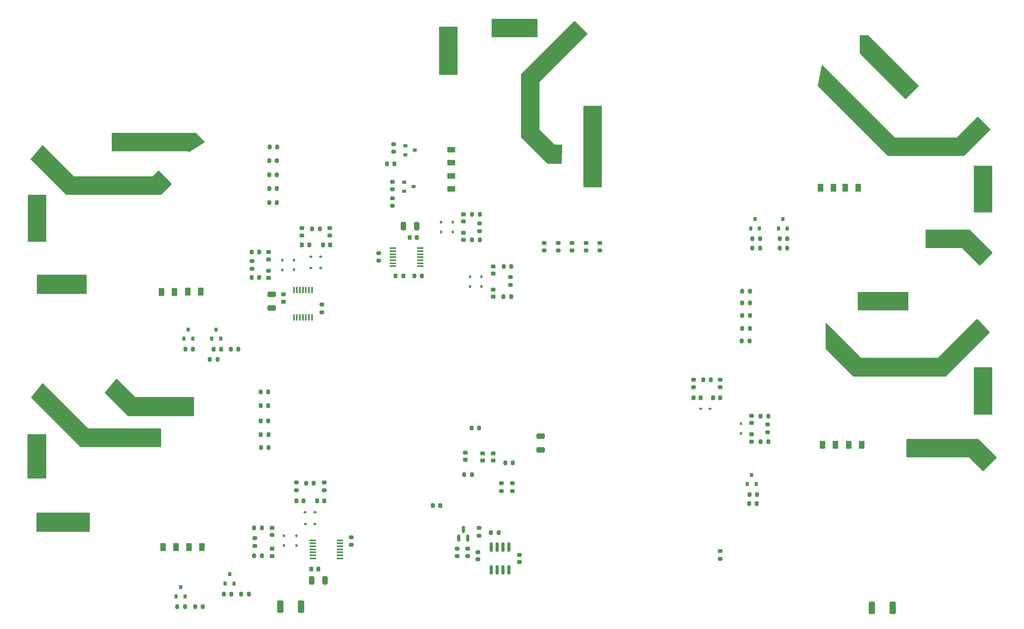
<source format=gbr>
%TF.GenerationSoftware,KiCad,Pcbnew,7.0.5*%
%TF.CreationDate,2023-06-14T16:30:10+07:00*%
%TF.ProjectId,Smart CB STM32 PCB,536d6172-7420-4434-9220-53544d333220,rev?*%
%TF.SameCoordinates,Original*%
%TF.FileFunction,Paste,Bot*%
%TF.FilePolarity,Positive*%
%FSLAX46Y46*%
G04 Gerber Fmt 4.6, Leading zero omitted, Abs format (unit mm)*
G04 Created by KiCad (PCBNEW 7.0.5) date 2023-06-14 16:30:10*
%MOMM*%
%LPD*%
G01*
G04 APERTURE LIST*
G04 Aperture macros list*
%AMRoundRect*
0 Rectangle with rounded corners*
0 $1 Rounding radius*
0 $2 $3 $4 $5 $6 $7 $8 $9 X,Y pos of 4 corners*
0 Add a 4 corners polygon primitive as box body*
4,1,4,$2,$3,$4,$5,$6,$7,$8,$9,$2,$3,0*
0 Add four circle primitives for the rounded corners*
1,1,$1+$1,$2,$3*
1,1,$1+$1,$4,$5*
1,1,$1+$1,$6,$7*
1,1,$1+$1,$8,$9*
0 Add four rect primitives between the rounded corners*
20,1,$1+$1,$2,$3,$4,$5,0*
20,1,$1+$1,$4,$5,$6,$7,0*
20,1,$1+$1,$6,$7,$8,$9,0*
20,1,$1+$1,$8,$9,$2,$3,0*%
G04 Aperture macros list end*
%ADD10R,0.800000X0.900000*%
%ADD11RoundRect,0.200000X-0.275000X0.200000X-0.275000X-0.200000X0.275000X-0.200000X0.275000X0.200000X0*%
%ADD12RoundRect,0.250000X-0.375000X-0.625000X0.375000X-0.625000X0.375000X0.625000X-0.375000X0.625000X0*%
%ADD13RoundRect,0.112500X0.112500X-0.187500X0.112500X0.187500X-0.112500X0.187500X-0.112500X-0.187500X0*%
%ADD14RoundRect,0.200000X-0.200000X-0.275000X0.200000X-0.275000X0.200000X0.275000X-0.200000X0.275000X0*%
%ADD15RoundRect,0.200000X0.200000X0.275000X-0.200000X0.275000X-0.200000X-0.275000X0.200000X-0.275000X0*%
%ADD16RoundRect,0.225000X0.250000X-0.225000X0.250000X0.225000X-0.250000X0.225000X-0.250000X-0.225000X0*%
%ADD17RoundRect,0.250000X0.425000X1.075000X-0.425000X1.075000X-0.425000X-1.075000X0.425000X-1.075000X0*%
%ADD18RoundRect,0.250000X0.375000X0.625000X-0.375000X0.625000X-0.375000X-0.625000X0.375000X-0.625000X0*%
%ADD19RoundRect,0.225000X-0.250000X0.225000X-0.250000X-0.225000X0.250000X-0.225000X0.250000X0.225000X0*%
%ADD20RoundRect,0.200000X0.275000X-0.200000X0.275000X0.200000X-0.275000X0.200000X-0.275000X-0.200000X0*%
%ADD21RoundRect,0.150000X0.150000X-0.825000X0.150000X0.825000X-0.150000X0.825000X-0.150000X-0.825000X0*%
%ADD22RoundRect,0.225000X0.225000X0.250000X-0.225000X0.250000X-0.225000X-0.250000X0.225000X-0.250000X0*%
%ADD23RoundRect,0.112500X0.187500X0.112500X-0.187500X0.112500X-0.187500X-0.112500X0.187500X-0.112500X0*%
%ADD24R,0.450000X1.475000*%
%ADD25RoundRect,0.150000X0.150000X-0.587500X0.150000X0.587500X-0.150000X0.587500X-0.150000X-0.587500X0*%
%ADD26R,1.475000X0.450000*%
%ADD27RoundRect,0.225000X-0.225000X-0.250000X0.225000X-0.250000X0.225000X0.250000X-0.225000X0.250000X0*%
%ADD28RoundRect,0.112500X-0.187500X-0.112500X0.187500X-0.112500X0.187500X0.112500X-0.187500X0.112500X0*%
%ADD29R,0.900000X0.800000*%
%ADD30RoundRect,0.250000X0.625000X-0.375000X0.625000X0.375000X-0.625000X0.375000X-0.625000X-0.375000X0*%
%ADD31RoundRect,0.250000X0.325000X0.650000X-0.325000X0.650000X-0.325000X-0.650000X0.325000X-0.650000X0*%
%ADD32RoundRect,0.112500X-0.112500X0.187500X-0.112500X-0.187500X0.112500X-0.187500X0.112500X0.187500X0*%
%ADD33RoundRect,0.250000X-0.325000X-0.650000X0.325000X-0.650000X0.325000X0.650000X-0.325000X0.650000X0*%
%ADD34RoundRect,0.250000X-0.625000X0.375000X-0.625000X-0.375000X0.625000X-0.375000X0.625000X0.375000X0*%
%ADD35RoundRect,0.250000X-0.650000X0.325000X-0.650000X-0.325000X0.650000X-0.325000X0.650000X0.325000X0*%
%ADD36RoundRect,0.250000X0.650000X-0.325000X0.650000X0.325000X-0.650000X0.325000X-0.650000X-0.325000X0*%
G04 APERTURE END LIST*
D10*
%TO.C,U20*%
X209000000Y-127500000D03*
X207100000Y-127500000D03*
X208050000Y-125500000D03*
%TD*%
D11*
%TO.C,R76*%
X201250000Y-104925000D03*
X201250000Y-106575000D03*
%TD*%
D12*
%TO.C,D38*%
X86500000Y-141075000D03*
X89300000Y-141075000D03*
%TD*%
D10*
%TO.C,U15*%
X87338000Y-96088700D03*
X85438000Y-96088700D03*
X86388000Y-94088700D03*
%TD*%
D13*
%TO.C,D13*%
X141000000Y-73025000D03*
X141000000Y-70925000D03*
%TD*%
D10*
%TO.C,U27*%
X215750000Y-72250000D03*
X213850000Y-72250000D03*
X214800000Y-70250000D03*
%TD*%
D14*
%TO.C,R110*%
X87850000Y-154000000D03*
X89500000Y-154000000D03*
%TD*%
D11*
%TO.C,R59*%
X110938000Y-72188700D03*
X110938000Y-73838700D03*
%TD*%
D15*
%TO.C,R104*%
X103638000Y-110588700D03*
X101988000Y-110588700D03*
%TD*%
D16*
%TO.C,C27*%
X152210000Y-87050000D03*
X152210000Y-85500000D03*
%TD*%
D17*
%TO.C,D4*%
X238472500Y-154250000D03*
X233972500Y-154250000D03*
%TD*%
D18*
%TO.C,D35*%
X83700000Y-141075000D03*
X80900000Y-141075000D03*
%TD*%
D15*
%TO.C,R43*%
X136825000Y-82500000D03*
X135175000Y-82500000D03*
%TD*%
D19*
%TO.C,C25*%
X145750000Y-69225000D03*
X145750000Y-70775000D03*
%TD*%
D20*
%TO.C,R105*%
X100750000Y-140825000D03*
X100750000Y-139175000D03*
%TD*%
D15*
%TO.C,R72*%
X211650000Y-112800000D03*
X210000000Y-112800000D03*
%TD*%
%TO.C,R75*%
X199250000Y-105000000D03*
X197600000Y-105000000D03*
%TD*%
D21*
%TO.C,U1*%
X155610000Y-146028700D03*
X154340000Y-146028700D03*
X153070000Y-146028700D03*
X151800000Y-146028700D03*
X151800000Y-141078700D03*
X153070000Y-141078700D03*
X154340000Y-141078700D03*
X155610000Y-141078700D03*
%TD*%
D16*
%TO.C,C28*%
X152250000Y-82050000D03*
X152250000Y-80500000D03*
%TD*%
D11*
%TO.C,R113*%
X109688000Y-127188700D03*
X109688000Y-128838700D03*
%TD*%
D15*
%TO.C,R99*%
X215750000Y-76500000D03*
X214100000Y-76500000D03*
%TD*%
D20*
%TO.C,R29*%
X163250000Y-77025000D03*
X163250000Y-75375000D03*
%TD*%
D14*
%TO.C,R117*%
X97800000Y-151250000D03*
X99450000Y-151250000D03*
%TD*%
D15*
%TO.C,R40*%
X156075000Y-87000000D03*
X154425000Y-87000000D03*
%TD*%
D14*
%TO.C,R67*%
X206000000Y-91100000D03*
X207650000Y-91100000D03*
%TD*%
%TO.C,R9*%
X154810000Y-122918700D03*
X156460000Y-122918700D03*
%TD*%
D22*
%TO.C,C52*%
X111238000Y-131088700D03*
X109688000Y-131088700D03*
%TD*%
D23*
%TO.C,D27*%
X199073200Y-111250000D03*
X196973200Y-111250000D03*
%TD*%
D20*
%TO.C,R23*%
X146710000Y-143068700D03*
X146710000Y-141418700D03*
%TD*%
D24*
%TO.C,U13*%
X109188000Y-85588700D03*
X109838000Y-85588700D03*
X110488000Y-85588700D03*
X111138000Y-85588700D03*
X111788000Y-85588700D03*
X112438000Y-85588700D03*
X113088000Y-85588700D03*
X113088000Y-91464700D03*
X112438000Y-91464700D03*
X111788000Y-91464700D03*
X111138000Y-91464700D03*
X110488000Y-91464700D03*
X109838000Y-91464700D03*
X109188000Y-91464700D03*
%TD*%
D18*
%TO.C,D17*%
X83400000Y-86000000D03*
X80600000Y-86000000D03*
%TD*%
D20*
%TO.C,R30*%
X166250000Y-77025000D03*
X166250000Y-75375000D03*
%TD*%
D25*
%TO.C,Q2*%
X146710000Y-139193800D03*
X144810000Y-139193800D03*
X145760000Y-137318800D03*
%TD*%
D12*
%TO.C,D20*%
X86223000Y-85918700D03*
X89023000Y-85918700D03*
%TD*%
D14*
%TO.C,R89*%
X208200000Y-74500000D03*
X209850000Y-74500000D03*
%TD*%
D16*
%TO.C,C31*%
X103688000Y-82950700D03*
X103688000Y-81400700D03*
%TD*%
D15*
%TO.C,R92*%
X209850000Y-76500000D03*
X208200000Y-76500000D03*
%TD*%
D22*
%TO.C,C34*%
X112488000Y-75838700D03*
X110938000Y-75838700D03*
%TD*%
D15*
%TO.C,R37*%
X149325000Y-74775000D03*
X147675000Y-74775000D03*
%TD*%
D11*
%TO.C,R58*%
X116938000Y-72188700D03*
X116938000Y-73838700D03*
%TD*%
%TO.C,R112*%
X115688000Y-127188700D03*
X115688000Y-128838700D03*
%TD*%
D20*
%TO.C,R31*%
X169250000Y-77025000D03*
X169250000Y-75375000D03*
%TD*%
D15*
%TO.C,R100*%
X215750000Y-74500000D03*
X214100000Y-74500000D03*
%TD*%
D26*
%TO.C,U8*%
X136438000Y-76550000D03*
X136438000Y-77200000D03*
X136438000Y-77850000D03*
X136438000Y-78500000D03*
X136438000Y-79150000D03*
X136438000Y-79800000D03*
X136438000Y-80450000D03*
X130562000Y-80450000D03*
X130562000Y-79800000D03*
X130562000Y-79150000D03*
X130562000Y-78500000D03*
X130562000Y-77850000D03*
X130562000Y-77200000D03*
X130562000Y-76550000D03*
%TD*%
D20*
%TO.C,R51*%
X100188000Y-80975800D03*
X100188000Y-79325800D03*
%TD*%
D11*
%TO.C,R45*%
X130500000Y-65750000D03*
X130500000Y-67400000D03*
%TD*%
D22*
%TO.C,C33*%
X116988000Y-75838700D03*
X115438000Y-75838700D03*
%TD*%
D10*
%TO.C,U25*%
X209750000Y-72250000D03*
X207850000Y-72250000D03*
X208800000Y-70250000D03*
%TD*%
D20*
%TO.C,R24*%
X144460000Y-143068700D03*
X144460000Y-141418700D03*
%TD*%
D15*
%TO.C,R38*%
X130900000Y-58325000D03*
X129250000Y-58325000D03*
%TD*%
D27*
%TO.C,C23*%
X134200000Y-74250000D03*
X135750000Y-74250000D03*
%TD*%
D18*
%TO.C,D23*%
X226150000Y-119000000D03*
X223350000Y-119000000D03*
%TD*%
D16*
%TO.C,C29*%
X106888000Y-88076700D03*
X106888000Y-86526700D03*
%TD*%
D11*
%TO.C,R42*%
X127500000Y-77600000D03*
X127500000Y-79250000D03*
%TD*%
D14*
%TO.C,R65*%
X205925000Y-96600000D03*
X207575000Y-96600000D03*
%TD*%
D22*
%TO.C,C40*%
X197050000Y-108830000D03*
X195500000Y-108830000D03*
%TD*%
D20*
%TO.C,R32*%
X172250000Y-77025000D03*
X172250000Y-75375000D03*
%TD*%
D10*
%TO.C,U30*%
X85650000Y-151750000D03*
X83750000Y-151750000D03*
X84700000Y-149750000D03*
%TD*%
D22*
%TO.C,C51*%
X115713000Y-131088700D03*
X114163000Y-131088700D03*
%TD*%
D15*
%TO.C,R103*%
X103638000Y-113838700D03*
X101988000Y-113838700D03*
%TD*%
D20*
%TO.C,R116*%
X121600000Y-140625000D03*
X121600000Y-138975000D03*
%TD*%
D14*
%TO.C,R53*%
X85738000Y-98338700D03*
X87388000Y-98338700D03*
%TD*%
D19*
%TO.C,C15*%
X152210000Y-120868700D03*
X152210000Y-122418700D03*
%TD*%
D16*
%TO.C,C1*%
X148960000Y-143750000D03*
X148960000Y-142200000D03*
%TD*%
D14*
%TO.C,R66*%
X206000000Y-93850000D03*
X207650000Y-93850000D03*
%TD*%
D28*
%TO.C,D40*%
X111638000Y-136088700D03*
X113738000Y-136088700D03*
%TD*%
D15*
%TO.C,R73*%
X211650000Y-118300000D03*
X210000000Y-118300000D03*
%TD*%
D14*
%TO.C,R109*%
X100600000Y-137000000D03*
X102250000Y-137000000D03*
%TD*%
D23*
%TO.C,D39*%
X113688000Y-133588700D03*
X111588000Y-133588700D03*
%TD*%
D19*
%TO.C,C26*%
X145750000Y-73225000D03*
X145750000Y-74775000D03*
%TD*%
D14*
%TO.C,R54*%
X100038000Y-82900700D03*
X101688000Y-82900700D03*
%TD*%
D26*
%TO.C,U28*%
X113250000Y-143538700D03*
X113250000Y-142888700D03*
X113250000Y-142238700D03*
X113250000Y-141588700D03*
X113250000Y-140938700D03*
X113250000Y-140288700D03*
X113250000Y-139638700D03*
X119126000Y-139638700D03*
X119126000Y-140288700D03*
X119126000Y-140938700D03*
X119126000Y-141588700D03*
X119126000Y-142238700D03*
X119126000Y-142888700D03*
X119126000Y-143538700D03*
%TD*%
D11*
%TO.C,R69*%
X211500000Y-114650000D03*
X211500000Y-116300000D03*
%TD*%
D19*
%TO.C,C38*%
X208000000Y-116750000D03*
X208000000Y-118300000D03*
%TD*%
D29*
%TO.C,U10*%
X133250000Y-56325000D03*
X133250000Y-54425000D03*
X135250000Y-55375000D03*
%TD*%
D15*
%TO.C,R64*%
X93478000Y-98338700D03*
X91828000Y-98338700D03*
%TD*%
D13*
%TO.C,D36*%
X107000000Y-140800000D03*
X107000000Y-138700000D03*
%TD*%
D15*
%TO.C,R36*%
X149325000Y-69275000D03*
X147675000Y-69275000D03*
%TD*%
D10*
%TO.C,U17*%
X93338000Y-96088700D03*
X91438000Y-96088700D03*
X92388000Y-94088700D03*
%TD*%
D18*
%TO.C,D29*%
X225715000Y-63470000D03*
X222915000Y-63470000D03*
%TD*%
D22*
%TO.C,C19*%
X140760000Y-132168700D03*
X139210000Y-132168700D03*
%TD*%
D15*
%TO.C,R47*%
X105513000Y-66668700D03*
X103863000Y-66668700D03*
%TD*%
D19*
%TO.C,C37*%
X208000000Y-112750000D03*
X208000000Y-114300000D03*
%TD*%
D16*
%TO.C,C11*%
X149960000Y-122443700D03*
X149960000Y-120893700D03*
%TD*%
D14*
%TO.C,R56*%
X91038000Y-100588700D03*
X92688000Y-100588700D03*
%TD*%
D15*
%TO.C,R48*%
X105513000Y-63668700D03*
X103863000Y-63668700D03*
%TD*%
D14*
%TO.C,R63*%
X95553000Y-98338700D03*
X97203000Y-98338700D03*
%TD*%
D19*
%TO.C,C13*%
X146250000Y-120725000D03*
X146250000Y-122275000D03*
%TD*%
D13*
%TO.C,D18*%
X106688000Y-81250800D03*
X106688000Y-79150800D03*
%TD*%
D14*
%TO.C,R55*%
X100038000Y-77400800D03*
X101688000Y-77400800D03*
%TD*%
D15*
%TO.C,R111*%
X113463000Y-127338700D03*
X111813000Y-127338700D03*
%TD*%
D30*
%TO.C,D11*%
X143200000Y-58100000D03*
X143200000Y-55300000D03*
%TD*%
D14*
%TO.C,R71*%
X207566800Y-129750000D03*
X209216800Y-129750000D03*
%TD*%
%TO.C,R1*%
X151749700Y-138000000D03*
X153399700Y-138000000D03*
%TD*%
D13*
%TO.C,D15*%
X149710000Y-84800000D03*
X149710000Y-82700000D03*
%TD*%
D31*
%TO.C,C48*%
X115938000Y-148338700D03*
X112988000Y-148338700D03*
%TD*%
D28*
%TO.C,D22*%
X112888000Y-80838700D03*
X114988000Y-80838700D03*
%TD*%
D15*
%TO.C,R101*%
X103713000Y-119588700D03*
X102063000Y-119588700D03*
%TD*%
D32*
%TO.C,D24*%
X205750000Y-114450000D03*
X205750000Y-116550000D03*
%TD*%
D15*
%TO.C,R49*%
X105513000Y-60668700D03*
X103863000Y-60668700D03*
%TD*%
D33*
%TO.C,C24*%
X132800000Y-71750000D03*
X135750000Y-71750000D03*
%TD*%
D22*
%TO.C,C39*%
X201250000Y-108830000D03*
X199700000Y-108830000D03*
%TD*%
D15*
%TO.C,R106*%
X103638000Y-107588700D03*
X101988000Y-107588700D03*
%TD*%
D32*
%TO.C,D19*%
X109188000Y-79100800D03*
X109188000Y-81200800D03*
%TD*%
D15*
%TO.C,R57*%
X114763000Y-72338700D03*
X113113000Y-72338700D03*
%TD*%
D11*
%TO.C,R35*%
X130750000Y-54075000D03*
X130750000Y-55725000D03*
%TD*%
D29*
%TO.C,U12*%
X133000000Y-64200000D03*
X133000000Y-62300000D03*
X135000000Y-63250000D03*
%TD*%
D11*
%TO.C,R96*%
X156400000Y-127350000D03*
X156400000Y-129000000D03*
%TD*%
D15*
%TO.C,R52*%
X105588000Y-54668700D03*
X103938000Y-54668700D03*
%TD*%
D20*
%TO.C,R119*%
X201250000Y-143650000D03*
X201250000Y-142000000D03*
%TD*%
%TO.C,R46*%
X130500000Y-63825000D03*
X130500000Y-62175000D03*
%TD*%
D17*
%TO.C,D2*%
X110750000Y-154000000D03*
X106250000Y-154000000D03*
%TD*%
D14*
%TO.C,R11*%
X145989880Y-125418700D03*
X147639880Y-125418700D03*
%TD*%
D11*
%TO.C,R77*%
X195500000Y-104930000D03*
X195500000Y-106580000D03*
%TD*%
D14*
%TO.C,R108*%
X100600000Y-143000000D03*
X102250000Y-143000000D03*
%TD*%
D16*
%TO.C,C50*%
X104500000Y-138500000D03*
X104500000Y-136950000D03*
%TD*%
D11*
%TO.C,R62*%
X115250000Y-88750000D03*
X115250000Y-90400000D03*
%TD*%
D14*
%TO.C,R68*%
X206000000Y-88350000D03*
X207650000Y-88350000D03*
%TD*%
D15*
%TO.C,R102*%
X103688000Y-116838700D03*
X102038000Y-116838700D03*
%TD*%
D32*
%TO.C,D37*%
X109700000Y-138700000D03*
X109700000Y-140800000D03*
%TD*%
D14*
%TO.C,R70*%
X206000000Y-85800000D03*
X207650000Y-85800000D03*
%TD*%
D15*
%TO.C,R50*%
X105513000Y-57668700D03*
X103863000Y-57668700D03*
%TD*%
D22*
%TO.C,C47*%
X114488000Y-145838700D03*
X112938000Y-145838700D03*
%TD*%
D16*
%TO.C,C49*%
X104500000Y-143025000D03*
X104500000Y-141475000D03*
%TD*%
D15*
%TO.C,R44*%
X132825000Y-82500000D03*
X131175000Y-82500000D03*
%TD*%
%TO.C,R118*%
X95700000Y-151250000D03*
X94050000Y-151250000D03*
%TD*%
D11*
%TO.C,R33*%
X149250000Y-71200000D03*
X149250000Y-72850000D03*
%TD*%
D20*
%TO.C,R39*%
X155960000Y-84450000D03*
X155960000Y-82800000D03*
%TD*%
D15*
%TO.C,R74*%
X209116800Y-131750000D03*
X207466800Y-131750000D03*
%TD*%
D20*
%TO.C,R34*%
X175250000Y-77025000D03*
X175250000Y-75375000D03*
%TD*%
D14*
%TO.C,R10*%
X147560000Y-115418700D03*
X149210000Y-115418700D03*
%TD*%
D34*
%TO.C,D14*%
X143200000Y-60900000D03*
X143200000Y-63700000D03*
%TD*%
D20*
%TO.C,R21*%
X149210000Y-138643700D03*
X149210000Y-136993700D03*
%TD*%
D35*
%TO.C,C9*%
X162460000Y-117168700D03*
X162460000Y-120118700D03*
%TD*%
D14*
%TO.C,R107*%
X84000000Y-154000000D03*
X85650000Y-154000000D03*
%TD*%
D19*
%TO.C,C2*%
X157920000Y-142778700D03*
X157920000Y-144328700D03*
%TD*%
D36*
%TO.C,C30*%
X104388000Y-89476800D03*
X104388000Y-86526800D03*
%TD*%
D10*
%TO.C,U32*%
X96250000Y-149000000D03*
X94350000Y-149000000D03*
X95300000Y-147000000D03*
%TD*%
D11*
%TO.C,R97*%
X154000000Y-127350000D03*
X154000000Y-129000000D03*
%TD*%
D15*
%TO.C,R41*%
X156150000Y-80500000D03*
X154500000Y-80500000D03*
%TD*%
D12*
%TO.C,D26*%
X229000000Y-119000000D03*
X231800000Y-119000000D03*
%TD*%
D32*
%TO.C,D16*%
X147210000Y-82700000D03*
X147210000Y-84800000D03*
%TD*%
%TO.C,D12*%
X143500000Y-70925000D03*
X143500000Y-73025000D03*
%TD*%
D23*
%TO.C,D21*%
X114938000Y-78338700D03*
X112838000Y-78338700D03*
%TD*%
D16*
%TO.C,C32*%
X103688000Y-78950700D03*
X103688000Y-77400700D03*
%TD*%
D12*
%TO.C,D32*%
X228265000Y-63470000D03*
X231065000Y-63470000D03*
%TD*%
G36*
X255115677Y-72519685D02*
G01*
X255136319Y-72536319D01*
X260012319Y-77412319D01*
X260045804Y-77473642D01*
X260040820Y-77543334D01*
X260012319Y-77587681D01*
X257387681Y-80212319D01*
X257326358Y-80245804D01*
X257256666Y-80240820D01*
X257212319Y-80212319D01*
X253500000Y-76500000D01*
X245724000Y-76500000D01*
X245656961Y-76480315D01*
X245611206Y-76427511D01*
X245600000Y-76376000D01*
X245600000Y-72624000D01*
X245619685Y-72556961D01*
X245672489Y-72511206D01*
X245724000Y-72500000D01*
X255048638Y-72500000D01*
X255115677Y-72519685D01*
G37*
G36*
X161743039Y-27019685D02*
G01*
X161788794Y-27072489D01*
X161800000Y-27124000D01*
X161800000Y-30876000D01*
X161780315Y-30943039D01*
X161727511Y-30988794D01*
X161676000Y-31000000D01*
X152024000Y-31000000D01*
X151956961Y-30980315D01*
X151911206Y-30927511D01*
X151900000Y-30876000D01*
X151900000Y-27124000D01*
X151919685Y-27056961D01*
X151972489Y-27011206D01*
X152024000Y-27000000D01*
X161676000Y-27000000D01*
X161743039Y-27019685D01*
G37*
G36*
X55643039Y-116719685D02*
G01*
X55688794Y-116772489D01*
X55700000Y-116824000D01*
X55700000Y-126176000D01*
X55680315Y-126243039D01*
X55627511Y-126288794D01*
X55576000Y-126300000D01*
X51724000Y-126300000D01*
X51656961Y-126280315D01*
X51611206Y-126227511D01*
X51600000Y-126176000D01*
X51600000Y-116824000D01*
X51619685Y-116756961D01*
X51672489Y-116711206D01*
X51724000Y-116700000D01*
X55576000Y-116700000D01*
X55643039Y-116719685D01*
G37*
G36*
X54995709Y-54295709D02*
G01*
X61700000Y-61000000D01*
X78700000Y-61000000D01*
X78700000Y-60999999D01*
X79908881Y-59791118D01*
X79970204Y-59757633D01*
X80039896Y-59762617D01*
X80087548Y-59794552D01*
X82500001Y-62400001D01*
X82500017Y-62400018D01*
X82712318Y-62612319D01*
X82745803Y-62673642D01*
X82740819Y-62743334D01*
X82712318Y-62787681D01*
X80536319Y-64963681D01*
X80474996Y-64997166D01*
X80448638Y-65000000D01*
X60051362Y-65000000D01*
X59984323Y-64980315D01*
X59963681Y-64963681D01*
X52380326Y-57380326D01*
X52346841Y-57319003D01*
X52351825Y-57249311D01*
X52372999Y-57212961D01*
X54813020Y-54303706D01*
X54871183Y-54264991D01*
X54941043Y-54263866D01*
X54995709Y-54295709D01*
G37*
G36*
X259943039Y-102269685D02*
G01*
X259988794Y-102322489D01*
X260000000Y-102374000D01*
X260000000Y-112376000D01*
X259980315Y-112443039D01*
X259927511Y-112488794D01*
X259876000Y-112500000D01*
X256124000Y-112500000D01*
X256056961Y-112480315D01*
X256011206Y-112427511D01*
X256000000Y-112376000D01*
X256000000Y-102374000D01*
X256019685Y-102306961D01*
X256072489Y-102261206D01*
X256124000Y-102250000D01*
X259876000Y-102250000D01*
X259943039Y-102269685D01*
G37*
G36*
X256789438Y-91813075D02*
G01*
X256837511Y-91845467D01*
X259419774Y-94662480D01*
X259450564Y-94725200D01*
X259442557Y-94794609D01*
X259416048Y-94833951D01*
X250036319Y-104213681D01*
X249974996Y-104247166D01*
X249948638Y-104250000D01*
X230051362Y-104250000D01*
X229984323Y-104230315D01*
X229963681Y-104213681D01*
X224036319Y-98286319D01*
X224002834Y-98224996D01*
X224000000Y-98198638D01*
X224000000Y-92799362D01*
X224019685Y-92732323D01*
X224072489Y-92686568D01*
X224141647Y-92676624D01*
X224205203Y-92705649D01*
X224211681Y-92711681D01*
X231750000Y-100250000D01*
X248250000Y-100250000D01*
X248250000Y-100249999D01*
X256658423Y-91841576D01*
X256719746Y-91808091D01*
X256789438Y-91813075D01*
G37*
G36*
X257015677Y-117769685D02*
G01*
X257036319Y-117786319D01*
X260912319Y-121662318D01*
X260945804Y-121723641D01*
X260940820Y-121793333D01*
X260912319Y-121837680D01*
X258087680Y-124662318D01*
X258026357Y-124695803D01*
X257956665Y-124690819D01*
X257912318Y-124662318D01*
X255000000Y-121750000D01*
X241624000Y-121750000D01*
X241556961Y-121730315D01*
X241511206Y-121677511D01*
X241500000Y-121626000D01*
X241500000Y-117874000D01*
X241519685Y-117806961D01*
X241572489Y-117761206D01*
X241624000Y-117750000D01*
X256948638Y-117750000D01*
X257015677Y-117769685D01*
G37*
G36*
X65043039Y-133719685D02*
G01*
X65088794Y-133772489D01*
X65100000Y-133824000D01*
X65100000Y-137676000D01*
X65080315Y-137743039D01*
X65027511Y-137788794D01*
X64976000Y-137800000D01*
X53724000Y-137800000D01*
X53656961Y-137780315D01*
X53611206Y-137727511D01*
X53600000Y-137676000D01*
X53600000Y-133824000D01*
X53619685Y-133756961D01*
X53672489Y-133711206D01*
X53724000Y-133700000D01*
X64976000Y-133700000D01*
X65043039Y-133719685D01*
G37*
G36*
X88015677Y-51619685D02*
G01*
X88036319Y-51636319D01*
X89890069Y-53490069D01*
X89923554Y-53551392D01*
X89918570Y-53621084D01*
X89876698Y-53677017D01*
X89868377Y-53682733D01*
X86583734Y-55747366D01*
X86516501Y-55766377D01*
X86449662Y-55746020D01*
X86430064Y-55730064D01*
X86300000Y-55600000D01*
X69951362Y-55600000D01*
X69884323Y-55580315D01*
X69863679Y-55563680D01*
X69836317Y-55536317D01*
X69802833Y-55474993D01*
X69800000Y-55448637D01*
X69800000Y-51724000D01*
X69819685Y-51656961D01*
X69872489Y-51611206D01*
X69924000Y-51600000D01*
X87948638Y-51600000D01*
X88015677Y-51619685D01*
G37*
G36*
X175643039Y-45819685D02*
G01*
X175688794Y-45872489D01*
X175700000Y-45924000D01*
X175700000Y-63276000D01*
X175680315Y-63343039D01*
X175627511Y-63388794D01*
X175576000Y-63400000D01*
X171824000Y-63400000D01*
X171756961Y-63380315D01*
X171711206Y-63327511D01*
X171700000Y-63276000D01*
X171700000Y-45924000D01*
X171719685Y-45856961D01*
X171772489Y-45811206D01*
X171824000Y-45800000D01*
X175576000Y-45800000D01*
X175643039Y-45819685D01*
G37*
G36*
X64343039Y-82319685D02*
G01*
X64388794Y-82372489D01*
X64400000Y-82424000D01*
X64400000Y-86276000D01*
X64380315Y-86343039D01*
X64327511Y-86388794D01*
X64276000Y-86400000D01*
X53824000Y-86400000D01*
X53756961Y-86380315D01*
X53711206Y-86327511D01*
X53700000Y-86276000D01*
X53700000Y-82424000D01*
X53719685Y-82356961D01*
X53772489Y-82311206D01*
X53824000Y-82300000D01*
X64276000Y-82300000D01*
X64343039Y-82319685D01*
G37*
G36*
X241843039Y-86019685D02*
G01*
X241888794Y-86072489D01*
X241900000Y-86124000D01*
X241900000Y-89876000D01*
X241880315Y-89943039D01*
X241827511Y-89988794D01*
X241776000Y-90000000D01*
X231124000Y-90000000D01*
X231056961Y-89980315D01*
X231011206Y-89927511D01*
X231000000Y-89876000D01*
X231000000Y-86124000D01*
X231019685Y-86056961D01*
X231072489Y-86011206D01*
X231124000Y-86000000D01*
X241776000Y-86000000D01*
X241843039Y-86019685D01*
G37*
G36*
X233215677Y-30519685D02*
G01*
X233236319Y-30536319D01*
X244112318Y-41412319D01*
X244145803Y-41473642D01*
X244140819Y-41543334D01*
X244112318Y-41587681D01*
X241387681Y-44312318D01*
X241326358Y-44345803D01*
X241256666Y-44340819D01*
X241212319Y-44312318D01*
X231436319Y-34536319D01*
X231402834Y-34474996D01*
X231400000Y-34448638D01*
X231400000Y-30624000D01*
X231419685Y-30556961D01*
X231472489Y-30511206D01*
X231524000Y-30500000D01*
X233148638Y-30500000D01*
X233215677Y-30519685D01*
G37*
G36*
X169843334Y-27459180D02*
G01*
X169887681Y-27487681D01*
X172512319Y-30112318D01*
X172545804Y-30173641D01*
X172540820Y-30243333D01*
X172512319Y-30287680D01*
X162200000Y-40599999D01*
X162200000Y-50900000D01*
X165500000Y-54200000D01*
X166972939Y-54200000D01*
X167039978Y-54219685D01*
X167085733Y-54272489D01*
X167096902Y-54327023D01*
X167002951Y-58179023D01*
X166981638Y-58245563D01*
X166927734Y-58290017D01*
X166878988Y-58300000D01*
X163951362Y-58300000D01*
X163884323Y-58280315D01*
X163863681Y-58263681D01*
X158236319Y-52636319D01*
X158202834Y-52574996D01*
X158200000Y-52548638D01*
X158200000Y-39051362D01*
X158219685Y-38984323D01*
X158236319Y-38963681D01*
X169712319Y-27487681D01*
X169773642Y-27454196D01*
X169843334Y-27459180D01*
G37*
G36*
X144443039Y-28719685D02*
G01*
X144488794Y-28772489D01*
X144500000Y-28824000D01*
X144500000Y-38976000D01*
X144480315Y-39043039D01*
X144427511Y-39088794D01*
X144376000Y-39100000D01*
X140624000Y-39100000D01*
X140556961Y-39080315D01*
X140511206Y-39027511D01*
X140500000Y-38976000D01*
X140500000Y-28824000D01*
X140519685Y-28756961D01*
X140572489Y-28711206D01*
X140624000Y-28700000D01*
X144376000Y-28700000D01*
X144443039Y-28719685D01*
G37*
G36*
X70995709Y-104795709D02*
G01*
X74900000Y-108700000D01*
X87476000Y-108700000D01*
X87543039Y-108719685D01*
X87588794Y-108772489D01*
X87600000Y-108824000D01*
X87600000Y-112676000D01*
X87580315Y-112743039D01*
X87527511Y-112788794D01*
X87476000Y-112800000D01*
X73351362Y-112800000D01*
X73284323Y-112780315D01*
X73263681Y-112763681D01*
X68380326Y-107880326D01*
X68346841Y-107819003D01*
X68351825Y-107749311D01*
X68372999Y-107712961D01*
X70813020Y-104803706D01*
X70871183Y-104764991D01*
X70941043Y-104763866D01*
X70995709Y-104795709D01*
G37*
G36*
X54999107Y-105699107D02*
G01*
X64800000Y-115500000D01*
X80376000Y-115500000D01*
X80443039Y-115519685D01*
X80488794Y-115572489D01*
X80500000Y-115624000D01*
X80500000Y-119376000D01*
X80480315Y-119443039D01*
X80427511Y-119488794D01*
X80376000Y-119500000D01*
X63151362Y-119500000D01*
X63084323Y-119480315D01*
X63063681Y-119463681D01*
X52477572Y-108877572D01*
X52444087Y-108816249D01*
X52449071Y-108746557D01*
X52467538Y-108713551D01*
X54813711Y-105710448D01*
X54870495Y-105669738D01*
X54940275Y-105666191D01*
X54999107Y-105699107D01*
G37*
G36*
X259943039Y-58719685D02*
G01*
X259988794Y-58772489D01*
X260000000Y-58824000D01*
X260000000Y-68676000D01*
X259980315Y-68743039D01*
X259927511Y-68788794D01*
X259876000Y-68800000D01*
X256124000Y-68800000D01*
X256056961Y-68780315D01*
X256011206Y-68727511D01*
X256000000Y-68676000D01*
X256000000Y-58824000D01*
X256019685Y-58756961D01*
X256072489Y-58711206D01*
X256124000Y-58700000D01*
X259876000Y-58700000D01*
X259943039Y-58719685D01*
G37*
G36*
X55643039Y-65019685D02*
G01*
X55688794Y-65072489D01*
X55700000Y-65124000D01*
X55700000Y-75076000D01*
X55680315Y-75143039D01*
X55627511Y-75188794D01*
X55576000Y-75200000D01*
X51824000Y-75200000D01*
X51756961Y-75180315D01*
X51711206Y-75127511D01*
X51700000Y-75076000D01*
X51700000Y-65124000D01*
X51719685Y-65056961D01*
X51772489Y-65011206D01*
X51824000Y-65000000D01*
X55576000Y-65000000D01*
X55643039Y-65019685D01*
G37*
G36*
X223318194Y-36935911D02*
G01*
X223365459Y-36965459D01*
X239000000Y-52600000D01*
X252400000Y-52600000D01*
X252400000Y-52599999D01*
X256812319Y-48187680D01*
X256873642Y-48154195D01*
X256943334Y-48159179D01*
X256987681Y-48187680D01*
X259612319Y-50812319D01*
X259645804Y-50873642D01*
X259640820Y-50943334D01*
X259612319Y-50987681D01*
X254036319Y-56563681D01*
X253974996Y-56597166D01*
X253948638Y-56600000D01*
X237451362Y-56600000D01*
X237384323Y-56580315D01*
X237363681Y-56563681D01*
X222346464Y-41546464D01*
X222312979Y-41485141D01*
X222312358Y-41435462D01*
X223155991Y-37029819D01*
X223187932Y-36967678D01*
X223248399Y-36932671D01*
X223318194Y-36935911D01*
G37*
M02*

</source>
